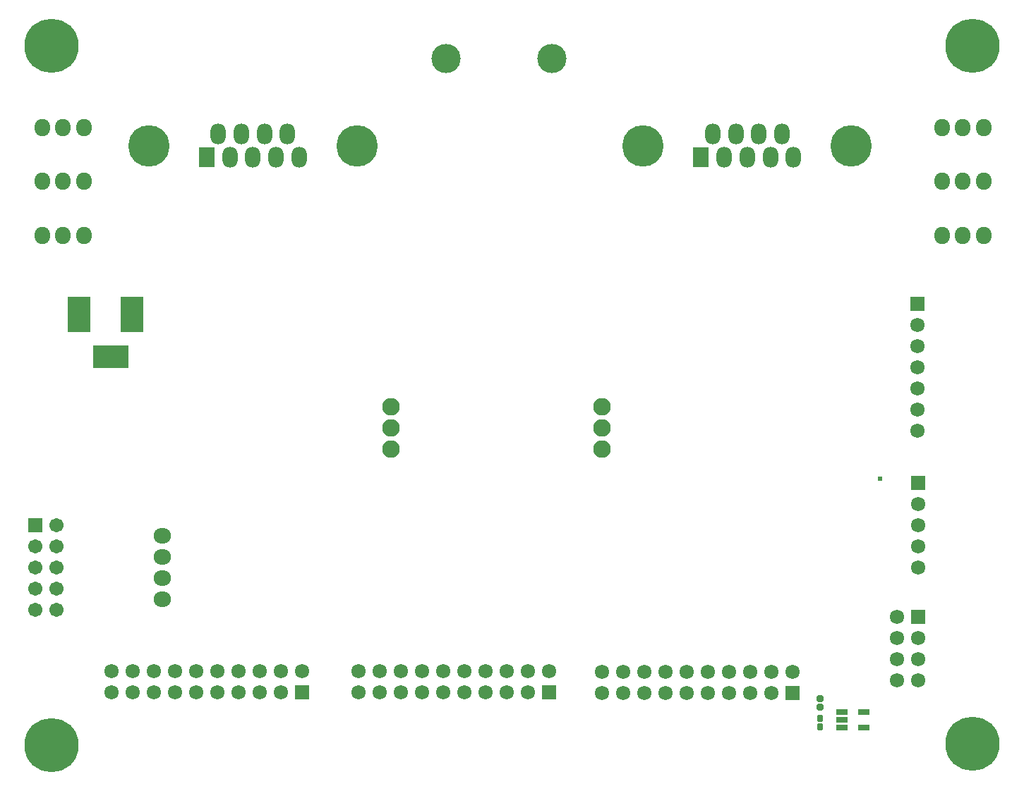
<source format=gbs>
G04*
G04 #@! TF.GenerationSoftware,Altium Limited,Altium Designer,21.3.2 (30)*
G04*
G04 Layer_Color=16711935*
%FSTAX24Y24*%
%MOIN*%
G70*
G04*
G04 #@! TF.SameCoordinates,D8A3EA29-9EC9-40DC-B38B-D8388A14BA40*
G04*
G04*
G04 #@! TF.FilePolarity,Negative*
G04*
G01*
G75*
G04:AMPARAMS|DCode=74|XSize=31.6mil|YSize=31.6mil|CornerRadius=6.4mil|HoleSize=0mil|Usage=FLASHONLY|Rotation=180.000|XOffset=0mil|YOffset=0mil|HoleType=Round|Shape=RoundedRectangle|*
%AMROUNDEDRECTD74*
21,1,0.0316,0.0189,0,0,180.0*
21,1,0.0189,0.0316,0,0,180.0*
1,1,0.0127,-0.0094,0.0094*
1,1,0.0127,0.0094,0.0094*
1,1,0.0127,0.0094,-0.0094*
1,1,0.0127,-0.0094,-0.0094*
%
%ADD74ROUNDEDRECTD74*%
G04:AMPARAMS|DCode=76|XSize=27.7mil|YSize=31.6mil|CornerRadius=6mil|HoleSize=0mil|Usage=FLASHONLY|Rotation=0.000|XOffset=0mil|YOffset=0mil|HoleType=Round|Shape=RoundedRectangle|*
%AMROUNDEDRECTD76*
21,1,0.0277,0.0197,0,0,0.0*
21,1,0.0157,0.0316,0,0,0.0*
1,1,0.0119,0.0079,-0.0098*
1,1,0.0119,-0.0079,-0.0098*
1,1,0.0119,-0.0079,0.0098*
1,1,0.0119,0.0079,0.0098*
%
%ADD76ROUNDEDRECTD76*%
%ADD101R,0.0552X0.0316*%
%ADD117C,0.0678*%
%ADD118R,0.0678X0.0678*%
%ADD119R,0.0678X0.0678*%
%ADD120O,0.0730X0.0830*%
%ADD121C,0.0830*%
%ADD122R,0.1680X0.1080*%
%ADD123R,0.1080X0.1680*%
%ADD124R,0.0671X0.0671*%
%ADD125C,0.0671*%
%ADD126O,0.0830X0.0730*%
%ADD127C,0.1379*%
%ADD128O,0.0730X0.0980*%
%ADD129C,0.1954*%
%ADD130R,0.0730X0.0980*%
%ADD131C,0.0245*%
%ADD132C,0.0474*%
%ADD133C,0.2560*%
D74*
X0508Y017647D02*
D03*
Y017253D02*
D03*
D76*
Y016303D02*
D03*
Y016697D02*
D03*
D101*
X052862Y016276D02*
D03*
Y017024D02*
D03*
X051838D02*
D03*
Y01665D02*
D03*
Y016276D02*
D03*
D117*
X0554Y0303D02*
D03*
Y0313D02*
D03*
Y0323D02*
D03*
Y0333D02*
D03*
Y0343D02*
D03*
Y0353D02*
D03*
X05545Y02685D02*
D03*
Y02585D02*
D03*
Y02485D02*
D03*
Y02385D02*
D03*
X05445Y0215D02*
D03*
Y0205D02*
D03*
Y0195D02*
D03*
Y0185D02*
D03*
X05545D02*
D03*
Y0195D02*
D03*
Y0205D02*
D03*
X0495Y0189D02*
D03*
X0485D02*
D03*
X0475D02*
D03*
X0465D02*
D03*
X0455D02*
D03*
X0445D02*
D03*
X0435D02*
D03*
X0425D02*
D03*
X0415D02*
D03*
X0405D02*
D03*
Y0179D02*
D03*
X0415D02*
D03*
X0425D02*
D03*
X0435D02*
D03*
X0445D02*
D03*
X0455D02*
D03*
X0465D02*
D03*
X0475D02*
D03*
X0485D02*
D03*
X038Y01895D02*
D03*
X037D02*
D03*
X036D02*
D03*
X035D02*
D03*
X034D02*
D03*
X033D02*
D03*
X032D02*
D03*
X031D02*
D03*
X03D02*
D03*
X029D02*
D03*
Y01795D02*
D03*
X03D02*
D03*
X031D02*
D03*
X032D02*
D03*
X033D02*
D03*
X034D02*
D03*
X035D02*
D03*
X036D02*
D03*
X037D02*
D03*
X02535D02*
D03*
X02435D02*
D03*
X02335D02*
D03*
X02235D02*
D03*
X02135D02*
D03*
X02035D02*
D03*
X01935D02*
D03*
X01835D02*
D03*
X01735D02*
D03*
Y01895D02*
D03*
X01835D02*
D03*
X01935D02*
D03*
X02035D02*
D03*
X02135D02*
D03*
X02235D02*
D03*
X02335D02*
D03*
X02435D02*
D03*
X02535D02*
D03*
X02635D02*
D03*
D118*
X0554Y0363D02*
D03*
X05545Y02785D02*
D03*
Y0215D02*
D03*
D119*
X0495Y0179D02*
D03*
X038Y01795D02*
D03*
X02635D02*
D03*
D120*
X05855Y03955D02*
D03*
X05754D02*
D03*
X05656D02*
D03*
X05855Y0421D02*
D03*
X05754D02*
D03*
X05656D02*
D03*
X05855Y04465D02*
D03*
X05754D02*
D03*
X05656D02*
D03*
X01406D02*
D03*
X01504D02*
D03*
X01605D02*
D03*
Y0421D02*
D03*
X01504D02*
D03*
X01406D02*
D03*
Y03955D02*
D03*
X01504D02*
D03*
X01605D02*
D03*
D121*
X03055Y03045D02*
D03*
Y03145D02*
D03*
Y02945D02*
D03*
X0405D02*
D03*
Y03145D02*
D03*
Y03045D02*
D03*
D122*
X0173Y0338D02*
D03*
D123*
X0158Y0358D02*
D03*
X0183D02*
D03*
D124*
X01375Y02585D02*
D03*
D125*
Y02485D02*
D03*
Y02385D02*
D03*
Y02285D02*
D03*
Y02185D02*
D03*
X01475Y02585D02*
D03*
Y02485D02*
D03*
Y02385D02*
D03*
Y02285D02*
D03*
Y02185D02*
D03*
D126*
X01975Y02535D02*
D03*
Y02434D02*
D03*
Y02336D02*
D03*
Y02235D02*
D03*
D127*
X033124Y047919D02*
D03*
X038124D02*
D03*
D128*
X024559Y04435D02*
D03*
X022378D02*
D03*
X022924Y043232D02*
D03*
X023469Y04435D02*
D03*
X024014Y043232D02*
D03*
X025105D02*
D03*
X02565Y04435D02*
D03*
X026195Y043232D02*
D03*
X047909Y04435D02*
D03*
X045728D02*
D03*
X046274Y043232D02*
D03*
X046819Y04435D02*
D03*
X047364Y043232D02*
D03*
X048455D02*
D03*
X049Y04435D02*
D03*
X049545Y043232D02*
D03*
D129*
X028933Y043791D02*
D03*
X019095D02*
D03*
X052283D02*
D03*
X042445D02*
D03*
D130*
X021833Y043232D02*
D03*
X045183D02*
D03*
D131*
X05365Y02805D02*
D03*
D132*
X013561Y01546D02*
D03*
X013861Y01481D02*
D03*
X015161Y01611D02*
D03*
X014511Y01451D02*
D03*
X015461Y01551D02*
D03*
X014511Y01641D02*
D03*
X013861Y01611D02*
D03*
X015211Y01481D02*
D03*
X058011Y01646D02*
D03*
Y01456D02*
D03*
X058961Y01556D02*
D03*
X058661Y01616D02*
D03*
X058711Y01486D02*
D03*
X057361Y01616D02*
D03*
X057061Y01551D02*
D03*
X057361Y01486D02*
D03*
X014511Y04946D02*
D03*
Y04756D02*
D03*
X015461Y04856D02*
D03*
X015161Y04916D02*
D03*
X015211Y04786D02*
D03*
X013861Y04916D02*
D03*
X013561Y04851D02*
D03*
X013861Y04786D02*
D03*
X057361D02*
D03*
X057061Y04851D02*
D03*
X057361Y04916D02*
D03*
X058711Y04786D02*
D03*
X058661Y04916D02*
D03*
X058961Y04856D02*
D03*
X058011Y04756D02*
D03*
Y04946D02*
D03*
D133*
X0145Y01545D02*
D03*
X058Y0155D02*
D03*
X0145Y0485D02*
D03*
X058D02*
D03*
M02*

</source>
